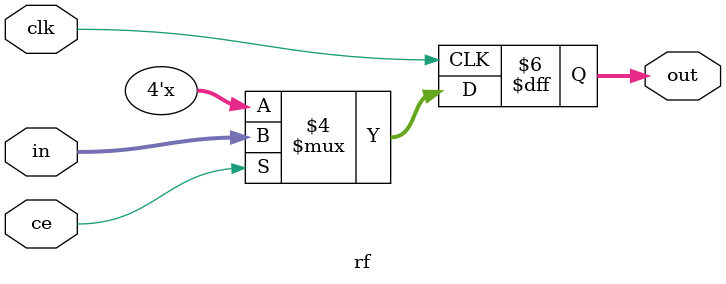
<source format=v>
module rf(ce, clk, in, out);

parameter WIDTH = 4;

input ce, clk;
input [WIDTH-1:0] in;
output reg [WIDTH-1:0] out;

initial out <= 4'd0;

always @(negedge clk)
begin
    if(ce) out <= in;
    else out <= 4'bz;
end

endmodule
</source>
